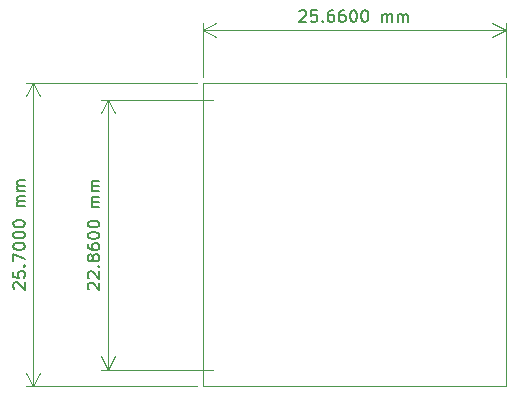
<source format=gbr>
%TF.GenerationSoftware,KiCad,Pcbnew,8.0.7*%
%TF.CreationDate,2025-01-28T21:08:18-05:00*%
%TF.ProjectId,Circuit Power Module,43697263-7569-4742-9050-6f776572204d,rev?*%
%TF.SameCoordinates,Original*%
%TF.FileFunction,Profile,NP*%
%FSLAX46Y46*%
G04 Gerber Fmt 4.6, Leading zero omitted, Abs format (unit mm)*
G04 Created by KiCad (PCBNEW 8.0.7) date 2025-01-28 21:08:18*
%MOMM*%
%LPD*%
G01*
G04 APERTURE LIST*
%TA.AperFunction,Profile*%
%ADD10C,0.050000*%
%TD*%
%ADD11C,0.150000*%
G04 APERTURE END LIST*
D10*
X74830000Y-23955850D02*
X100490000Y-23955850D01*
X100490000Y-49655850D01*
X74830000Y-49655850D01*
X74830000Y-23955850D01*
D11*
X65200057Y-41449046D02*
X65152438Y-41401427D01*
X65152438Y-41401427D02*
X65104819Y-41306189D01*
X65104819Y-41306189D02*
X65104819Y-41068094D01*
X65104819Y-41068094D02*
X65152438Y-40972856D01*
X65152438Y-40972856D02*
X65200057Y-40925237D01*
X65200057Y-40925237D02*
X65295295Y-40877618D01*
X65295295Y-40877618D02*
X65390533Y-40877618D01*
X65390533Y-40877618D02*
X65533390Y-40925237D01*
X65533390Y-40925237D02*
X66104819Y-41496665D01*
X66104819Y-41496665D02*
X66104819Y-40877618D01*
X65200057Y-40496665D02*
X65152438Y-40449046D01*
X65152438Y-40449046D02*
X65104819Y-40353808D01*
X65104819Y-40353808D02*
X65104819Y-40115713D01*
X65104819Y-40115713D02*
X65152438Y-40020475D01*
X65152438Y-40020475D02*
X65200057Y-39972856D01*
X65200057Y-39972856D02*
X65295295Y-39925237D01*
X65295295Y-39925237D02*
X65390533Y-39925237D01*
X65390533Y-39925237D02*
X65533390Y-39972856D01*
X65533390Y-39972856D02*
X66104819Y-40544284D01*
X66104819Y-40544284D02*
X66104819Y-39925237D01*
X66009580Y-39496665D02*
X66057200Y-39449046D01*
X66057200Y-39449046D02*
X66104819Y-39496665D01*
X66104819Y-39496665D02*
X66057200Y-39544284D01*
X66057200Y-39544284D02*
X66009580Y-39496665D01*
X66009580Y-39496665D02*
X66104819Y-39496665D01*
X65533390Y-38877618D02*
X65485771Y-38972856D01*
X65485771Y-38972856D02*
X65438152Y-39020475D01*
X65438152Y-39020475D02*
X65342914Y-39068094D01*
X65342914Y-39068094D02*
X65295295Y-39068094D01*
X65295295Y-39068094D02*
X65200057Y-39020475D01*
X65200057Y-39020475D02*
X65152438Y-38972856D01*
X65152438Y-38972856D02*
X65104819Y-38877618D01*
X65104819Y-38877618D02*
X65104819Y-38687142D01*
X65104819Y-38687142D02*
X65152438Y-38591904D01*
X65152438Y-38591904D02*
X65200057Y-38544285D01*
X65200057Y-38544285D02*
X65295295Y-38496666D01*
X65295295Y-38496666D02*
X65342914Y-38496666D01*
X65342914Y-38496666D02*
X65438152Y-38544285D01*
X65438152Y-38544285D02*
X65485771Y-38591904D01*
X65485771Y-38591904D02*
X65533390Y-38687142D01*
X65533390Y-38687142D02*
X65533390Y-38877618D01*
X65533390Y-38877618D02*
X65581009Y-38972856D01*
X65581009Y-38972856D02*
X65628628Y-39020475D01*
X65628628Y-39020475D02*
X65723866Y-39068094D01*
X65723866Y-39068094D02*
X65914342Y-39068094D01*
X65914342Y-39068094D02*
X66009580Y-39020475D01*
X66009580Y-39020475D02*
X66057200Y-38972856D01*
X66057200Y-38972856D02*
X66104819Y-38877618D01*
X66104819Y-38877618D02*
X66104819Y-38687142D01*
X66104819Y-38687142D02*
X66057200Y-38591904D01*
X66057200Y-38591904D02*
X66009580Y-38544285D01*
X66009580Y-38544285D02*
X65914342Y-38496666D01*
X65914342Y-38496666D02*
X65723866Y-38496666D01*
X65723866Y-38496666D02*
X65628628Y-38544285D01*
X65628628Y-38544285D02*
X65581009Y-38591904D01*
X65581009Y-38591904D02*
X65533390Y-38687142D01*
X65104819Y-37639523D02*
X65104819Y-37829999D01*
X65104819Y-37829999D02*
X65152438Y-37925237D01*
X65152438Y-37925237D02*
X65200057Y-37972856D01*
X65200057Y-37972856D02*
X65342914Y-38068094D01*
X65342914Y-38068094D02*
X65533390Y-38115713D01*
X65533390Y-38115713D02*
X65914342Y-38115713D01*
X65914342Y-38115713D02*
X66009580Y-38068094D01*
X66009580Y-38068094D02*
X66057200Y-38020475D01*
X66057200Y-38020475D02*
X66104819Y-37925237D01*
X66104819Y-37925237D02*
X66104819Y-37734761D01*
X66104819Y-37734761D02*
X66057200Y-37639523D01*
X66057200Y-37639523D02*
X66009580Y-37591904D01*
X66009580Y-37591904D02*
X65914342Y-37544285D01*
X65914342Y-37544285D02*
X65676247Y-37544285D01*
X65676247Y-37544285D02*
X65581009Y-37591904D01*
X65581009Y-37591904D02*
X65533390Y-37639523D01*
X65533390Y-37639523D02*
X65485771Y-37734761D01*
X65485771Y-37734761D02*
X65485771Y-37925237D01*
X65485771Y-37925237D02*
X65533390Y-38020475D01*
X65533390Y-38020475D02*
X65581009Y-38068094D01*
X65581009Y-38068094D02*
X65676247Y-38115713D01*
X65104819Y-36925237D02*
X65104819Y-36829999D01*
X65104819Y-36829999D02*
X65152438Y-36734761D01*
X65152438Y-36734761D02*
X65200057Y-36687142D01*
X65200057Y-36687142D02*
X65295295Y-36639523D01*
X65295295Y-36639523D02*
X65485771Y-36591904D01*
X65485771Y-36591904D02*
X65723866Y-36591904D01*
X65723866Y-36591904D02*
X65914342Y-36639523D01*
X65914342Y-36639523D02*
X66009580Y-36687142D01*
X66009580Y-36687142D02*
X66057200Y-36734761D01*
X66057200Y-36734761D02*
X66104819Y-36829999D01*
X66104819Y-36829999D02*
X66104819Y-36925237D01*
X66104819Y-36925237D02*
X66057200Y-37020475D01*
X66057200Y-37020475D02*
X66009580Y-37068094D01*
X66009580Y-37068094D02*
X65914342Y-37115713D01*
X65914342Y-37115713D02*
X65723866Y-37163332D01*
X65723866Y-37163332D02*
X65485771Y-37163332D01*
X65485771Y-37163332D02*
X65295295Y-37115713D01*
X65295295Y-37115713D02*
X65200057Y-37068094D01*
X65200057Y-37068094D02*
X65152438Y-37020475D01*
X65152438Y-37020475D02*
X65104819Y-36925237D01*
X65104819Y-35972856D02*
X65104819Y-35877618D01*
X65104819Y-35877618D02*
X65152438Y-35782380D01*
X65152438Y-35782380D02*
X65200057Y-35734761D01*
X65200057Y-35734761D02*
X65295295Y-35687142D01*
X65295295Y-35687142D02*
X65485771Y-35639523D01*
X65485771Y-35639523D02*
X65723866Y-35639523D01*
X65723866Y-35639523D02*
X65914342Y-35687142D01*
X65914342Y-35687142D02*
X66009580Y-35734761D01*
X66009580Y-35734761D02*
X66057200Y-35782380D01*
X66057200Y-35782380D02*
X66104819Y-35877618D01*
X66104819Y-35877618D02*
X66104819Y-35972856D01*
X66104819Y-35972856D02*
X66057200Y-36068094D01*
X66057200Y-36068094D02*
X66009580Y-36115713D01*
X66009580Y-36115713D02*
X65914342Y-36163332D01*
X65914342Y-36163332D02*
X65723866Y-36210951D01*
X65723866Y-36210951D02*
X65485771Y-36210951D01*
X65485771Y-36210951D02*
X65295295Y-36163332D01*
X65295295Y-36163332D02*
X65200057Y-36115713D01*
X65200057Y-36115713D02*
X65152438Y-36068094D01*
X65152438Y-36068094D02*
X65104819Y-35972856D01*
X66104819Y-34449046D02*
X65438152Y-34449046D01*
X65533390Y-34449046D02*
X65485771Y-34401427D01*
X65485771Y-34401427D02*
X65438152Y-34306189D01*
X65438152Y-34306189D02*
X65438152Y-34163332D01*
X65438152Y-34163332D02*
X65485771Y-34068094D01*
X65485771Y-34068094D02*
X65581009Y-34020475D01*
X65581009Y-34020475D02*
X66104819Y-34020475D01*
X65581009Y-34020475D02*
X65485771Y-33972856D01*
X65485771Y-33972856D02*
X65438152Y-33877618D01*
X65438152Y-33877618D02*
X65438152Y-33734761D01*
X65438152Y-33734761D02*
X65485771Y-33639522D01*
X65485771Y-33639522D02*
X65581009Y-33591903D01*
X65581009Y-33591903D02*
X66104819Y-33591903D01*
X66104819Y-33115713D02*
X65438152Y-33115713D01*
X65533390Y-33115713D02*
X65485771Y-33068094D01*
X65485771Y-33068094D02*
X65438152Y-32972856D01*
X65438152Y-32972856D02*
X65438152Y-32829999D01*
X65438152Y-32829999D02*
X65485771Y-32734761D01*
X65485771Y-32734761D02*
X65581009Y-32687142D01*
X65581009Y-32687142D02*
X66104819Y-32687142D01*
X65581009Y-32687142D02*
X65485771Y-32639523D01*
X65485771Y-32639523D02*
X65438152Y-32544285D01*
X65438152Y-32544285D02*
X65438152Y-32401428D01*
X65438152Y-32401428D02*
X65485771Y-32306189D01*
X65485771Y-32306189D02*
X65581009Y-32258570D01*
X65581009Y-32258570D02*
X66104819Y-32258570D01*
D10*
X75700000Y-48260000D02*
X66213580Y-48260000D01*
X75700000Y-25400000D02*
X66213580Y-25400000D01*
X66800000Y-48260000D02*
X66800000Y-25400000D01*
X66800000Y-48260000D02*
X66800000Y-25400000D01*
X66800000Y-48260000D02*
X66213579Y-47133496D01*
X66800000Y-48260000D02*
X67386421Y-47133496D01*
X66800000Y-25400000D02*
X67386421Y-26526504D01*
X66800000Y-25400000D02*
X66213579Y-26526504D01*
D11*
X58900057Y-41424896D02*
X58852438Y-41377277D01*
X58852438Y-41377277D02*
X58804819Y-41282039D01*
X58804819Y-41282039D02*
X58804819Y-41043944D01*
X58804819Y-41043944D02*
X58852438Y-40948706D01*
X58852438Y-40948706D02*
X58900057Y-40901087D01*
X58900057Y-40901087D02*
X58995295Y-40853468D01*
X58995295Y-40853468D02*
X59090533Y-40853468D01*
X59090533Y-40853468D02*
X59233390Y-40901087D01*
X59233390Y-40901087D02*
X59804819Y-41472515D01*
X59804819Y-41472515D02*
X59804819Y-40853468D01*
X58804819Y-39948706D02*
X58804819Y-40424896D01*
X58804819Y-40424896D02*
X59281009Y-40472515D01*
X59281009Y-40472515D02*
X59233390Y-40424896D01*
X59233390Y-40424896D02*
X59185771Y-40329658D01*
X59185771Y-40329658D02*
X59185771Y-40091563D01*
X59185771Y-40091563D02*
X59233390Y-39996325D01*
X59233390Y-39996325D02*
X59281009Y-39948706D01*
X59281009Y-39948706D02*
X59376247Y-39901087D01*
X59376247Y-39901087D02*
X59614342Y-39901087D01*
X59614342Y-39901087D02*
X59709580Y-39948706D01*
X59709580Y-39948706D02*
X59757200Y-39996325D01*
X59757200Y-39996325D02*
X59804819Y-40091563D01*
X59804819Y-40091563D02*
X59804819Y-40329658D01*
X59804819Y-40329658D02*
X59757200Y-40424896D01*
X59757200Y-40424896D02*
X59709580Y-40472515D01*
X59709580Y-39472515D02*
X59757200Y-39424896D01*
X59757200Y-39424896D02*
X59804819Y-39472515D01*
X59804819Y-39472515D02*
X59757200Y-39520134D01*
X59757200Y-39520134D02*
X59709580Y-39472515D01*
X59709580Y-39472515D02*
X59804819Y-39472515D01*
X58804819Y-39091563D02*
X58804819Y-38424897D01*
X58804819Y-38424897D02*
X59804819Y-38853468D01*
X58804819Y-37853468D02*
X58804819Y-37758230D01*
X58804819Y-37758230D02*
X58852438Y-37662992D01*
X58852438Y-37662992D02*
X58900057Y-37615373D01*
X58900057Y-37615373D02*
X58995295Y-37567754D01*
X58995295Y-37567754D02*
X59185771Y-37520135D01*
X59185771Y-37520135D02*
X59423866Y-37520135D01*
X59423866Y-37520135D02*
X59614342Y-37567754D01*
X59614342Y-37567754D02*
X59709580Y-37615373D01*
X59709580Y-37615373D02*
X59757200Y-37662992D01*
X59757200Y-37662992D02*
X59804819Y-37758230D01*
X59804819Y-37758230D02*
X59804819Y-37853468D01*
X59804819Y-37853468D02*
X59757200Y-37948706D01*
X59757200Y-37948706D02*
X59709580Y-37996325D01*
X59709580Y-37996325D02*
X59614342Y-38043944D01*
X59614342Y-38043944D02*
X59423866Y-38091563D01*
X59423866Y-38091563D02*
X59185771Y-38091563D01*
X59185771Y-38091563D02*
X58995295Y-38043944D01*
X58995295Y-38043944D02*
X58900057Y-37996325D01*
X58900057Y-37996325D02*
X58852438Y-37948706D01*
X58852438Y-37948706D02*
X58804819Y-37853468D01*
X58804819Y-36901087D02*
X58804819Y-36805849D01*
X58804819Y-36805849D02*
X58852438Y-36710611D01*
X58852438Y-36710611D02*
X58900057Y-36662992D01*
X58900057Y-36662992D02*
X58995295Y-36615373D01*
X58995295Y-36615373D02*
X59185771Y-36567754D01*
X59185771Y-36567754D02*
X59423866Y-36567754D01*
X59423866Y-36567754D02*
X59614342Y-36615373D01*
X59614342Y-36615373D02*
X59709580Y-36662992D01*
X59709580Y-36662992D02*
X59757200Y-36710611D01*
X59757200Y-36710611D02*
X59804819Y-36805849D01*
X59804819Y-36805849D02*
X59804819Y-36901087D01*
X59804819Y-36901087D02*
X59757200Y-36996325D01*
X59757200Y-36996325D02*
X59709580Y-37043944D01*
X59709580Y-37043944D02*
X59614342Y-37091563D01*
X59614342Y-37091563D02*
X59423866Y-37139182D01*
X59423866Y-37139182D02*
X59185771Y-37139182D01*
X59185771Y-37139182D02*
X58995295Y-37091563D01*
X58995295Y-37091563D02*
X58900057Y-37043944D01*
X58900057Y-37043944D02*
X58852438Y-36996325D01*
X58852438Y-36996325D02*
X58804819Y-36901087D01*
X58804819Y-35948706D02*
X58804819Y-35853468D01*
X58804819Y-35853468D02*
X58852438Y-35758230D01*
X58852438Y-35758230D02*
X58900057Y-35710611D01*
X58900057Y-35710611D02*
X58995295Y-35662992D01*
X58995295Y-35662992D02*
X59185771Y-35615373D01*
X59185771Y-35615373D02*
X59423866Y-35615373D01*
X59423866Y-35615373D02*
X59614342Y-35662992D01*
X59614342Y-35662992D02*
X59709580Y-35710611D01*
X59709580Y-35710611D02*
X59757200Y-35758230D01*
X59757200Y-35758230D02*
X59804819Y-35853468D01*
X59804819Y-35853468D02*
X59804819Y-35948706D01*
X59804819Y-35948706D02*
X59757200Y-36043944D01*
X59757200Y-36043944D02*
X59709580Y-36091563D01*
X59709580Y-36091563D02*
X59614342Y-36139182D01*
X59614342Y-36139182D02*
X59423866Y-36186801D01*
X59423866Y-36186801D02*
X59185771Y-36186801D01*
X59185771Y-36186801D02*
X58995295Y-36139182D01*
X58995295Y-36139182D02*
X58900057Y-36091563D01*
X58900057Y-36091563D02*
X58852438Y-36043944D01*
X58852438Y-36043944D02*
X58804819Y-35948706D01*
X59804819Y-34424896D02*
X59138152Y-34424896D01*
X59233390Y-34424896D02*
X59185771Y-34377277D01*
X59185771Y-34377277D02*
X59138152Y-34282039D01*
X59138152Y-34282039D02*
X59138152Y-34139182D01*
X59138152Y-34139182D02*
X59185771Y-34043944D01*
X59185771Y-34043944D02*
X59281009Y-33996325D01*
X59281009Y-33996325D02*
X59804819Y-33996325D01*
X59281009Y-33996325D02*
X59185771Y-33948706D01*
X59185771Y-33948706D02*
X59138152Y-33853468D01*
X59138152Y-33853468D02*
X59138152Y-33710611D01*
X59138152Y-33710611D02*
X59185771Y-33615372D01*
X59185771Y-33615372D02*
X59281009Y-33567753D01*
X59281009Y-33567753D02*
X59804819Y-33567753D01*
X59804819Y-33091563D02*
X59138152Y-33091563D01*
X59233390Y-33091563D02*
X59185771Y-33043944D01*
X59185771Y-33043944D02*
X59138152Y-32948706D01*
X59138152Y-32948706D02*
X59138152Y-32805849D01*
X59138152Y-32805849D02*
X59185771Y-32710611D01*
X59185771Y-32710611D02*
X59281009Y-32662992D01*
X59281009Y-32662992D02*
X59804819Y-32662992D01*
X59281009Y-32662992D02*
X59185771Y-32615373D01*
X59185771Y-32615373D02*
X59138152Y-32520135D01*
X59138152Y-32520135D02*
X59138152Y-32377278D01*
X59138152Y-32377278D02*
X59185771Y-32282039D01*
X59185771Y-32282039D02*
X59281009Y-32234420D01*
X59281009Y-32234420D02*
X59804819Y-32234420D01*
D10*
X74330000Y-49655850D02*
X59913580Y-49655850D01*
X74330000Y-23955850D02*
X59913580Y-23955850D01*
X60500000Y-49655850D02*
X60500000Y-23955850D01*
X60500000Y-49655850D02*
X60500000Y-23955850D01*
X60500000Y-49655850D02*
X59913579Y-48529346D01*
X60500000Y-49655850D02*
X61086421Y-48529346D01*
X60500000Y-23955850D02*
X61086421Y-25082354D01*
X60500000Y-23955850D02*
X59913579Y-25082354D01*
D11*
X83040953Y-17900057D02*
X83088572Y-17852438D01*
X83088572Y-17852438D02*
X83183810Y-17804819D01*
X83183810Y-17804819D02*
X83421905Y-17804819D01*
X83421905Y-17804819D02*
X83517143Y-17852438D01*
X83517143Y-17852438D02*
X83564762Y-17900057D01*
X83564762Y-17900057D02*
X83612381Y-17995295D01*
X83612381Y-17995295D02*
X83612381Y-18090533D01*
X83612381Y-18090533D02*
X83564762Y-18233390D01*
X83564762Y-18233390D02*
X82993334Y-18804819D01*
X82993334Y-18804819D02*
X83612381Y-18804819D01*
X84517143Y-17804819D02*
X84040953Y-17804819D01*
X84040953Y-17804819D02*
X83993334Y-18281009D01*
X83993334Y-18281009D02*
X84040953Y-18233390D01*
X84040953Y-18233390D02*
X84136191Y-18185771D01*
X84136191Y-18185771D02*
X84374286Y-18185771D01*
X84374286Y-18185771D02*
X84469524Y-18233390D01*
X84469524Y-18233390D02*
X84517143Y-18281009D01*
X84517143Y-18281009D02*
X84564762Y-18376247D01*
X84564762Y-18376247D02*
X84564762Y-18614342D01*
X84564762Y-18614342D02*
X84517143Y-18709580D01*
X84517143Y-18709580D02*
X84469524Y-18757200D01*
X84469524Y-18757200D02*
X84374286Y-18804819D01*
X84374286Y-18804819D02*
X84136191Y-18804819D01*
X84136191Y-18804819D02*
X84040953Y-18757200D01*
X84040953Y-18757200D02*
X83993334Y-18709580D01*
X84993334Y-18709580D02*
X85040953Y-18757200D01*
X85040953Y-18757200D02*
X84993334Y-18804819D01*
X84993334Y-18804819D02*
X84945715Y-18757200D01*
X84945715Y-18757200D02*
X84993334Y-18709580D01*
X84993334Y-18709580D02*
X84993334Y-18804819D01*
X85898095Y-17804819D02*
X85707619Y-17804819D01*
X85707619Y-17804819D02*
X85612381Y-17852438D01*
X85612381Y-17852438D02*
X85564762Y-17900057D01*
X85564762Y-17900057D02*
X85469524Y-18042914D01*
X85469524Y-18042914D02*
X85421905Y-18233390D01*
X85421905Y-18233390D02*
X85421905Y-18614342D01*
X85421905Y-18614342D02*
X85469524Y-18709580D01*
X85469524Y-18709580D02*
X85517143Y-18757200D01*
X85517143Y-18757200D02*
X85612381Y-18804819D01*
X85612381Y-18804819D02*
X85802857Y-18804819D01*
X85802857Y-18804819D02*
X85898095Y-18757200D01*
X85898095Y-18757200D02*
X85945714Y-18709580D01*
X85945714Y-18709580D02*
X85993333Y-18614342D01*
X85993333Y-18614342D02*
X85993333Y-18376247D01*
X85993333Y-18376247D02*
X85945714Y-18281009D01*
X85945714Y-18281009D02*
X85898095Y-18233390D01*
X85898095Y-18233390D02*
X85802857Y-18185771D01*
X85802857Y-18185771D02*
X85612381Y-18185771D01*
X85612381Y-18185771D02*
X85517143Y-18233390D01*
X85517143Y-18233390D02*
X85469524Y-18281009D01*
X85469524Y-18281009D02*
X85421905Y-18376247D01*
X86850476Y-17804819D02*
X86660000Y-17804819D01*
X86660000Y-17804819D02*
X86564762Y-17852438D01*
X86564762Y-17852438D02*
X86517143Y-17900057D01*
X86517143Y-17900057D02*
X86421905Y-18042914D01*
X86421905Y-18042914D02*
X86374286Y-18233390D01*
X86374286Y-18233390D02*
X86374286Y-18614342D01*
X86374286Y-18614342D02*
X86421905Y-18709580D01*
X86421905Y-18709580D02*
X86469524Y-18757200D01*
X86469524Y-18757200D02*
X86564762Y-18804819D01*
X86564762Y-18804819D02*
X86755238Y-18804819D01*
X86755238Y-18804819D02*
X86850476Y-18757200D01*
X86850476Y-18757200D02*
X86898095Y-18709580D01*
X86898095Y-18709580D02*
X86945714Y-18614342D01*
X86945714Y-18614342D02*
X86945714Y-18376247D01*
X86945714Y-18376247D02*
X86898095Y-18281009D01*
X86898095Y-18281009D02*
X86850476Y-18233390D01*
X86850476Y-18233390D02*
X86755238Y-18185771D01*
X86755238Y-18185771D02*
X86564762Y-18185771D01*
X86564762Y-18185771D02*
X86469524Y-18233390D01*
X86469524Y-18233390D02*
X86421905Y-18281009D01*
X86421905Y-18281009D02*
X86374286Y-18376247D01*
X87564762Y-17804819D02*
X87660000Y-17804819D01*
X87660000Y-17804819D02*
X87755238Y-17852438D01*
X87755238Y-17852438D02*
X87802857Y-17900057D01*
X87802857Y-17900057D02*
X87850476Y-17995295D01*
X87850476Y-17995295D02*
X87898095Y-18185771D01*
X87898095Y-18185771D02*
X87898095Y-18423866D01*
X87898095Y-18423866D02*
X87850476Y-18614342D01*
X87850476Y-18614342D02*
X87802857Y-18709580D01*
X87802857Y-18709580D02*
X87755238Y-18757200D01*
X87755238Y-18757200D02*
X87660000Y-18804819D01*
X87660000Y-18804819D02*
X87564762Y-18804819D01*
X87564762Y-18804819D02*
X87469524Y-18757200D01*
X87469524Y-18757200D02*
X87421905Y-18709580D01*
X87421905Y-18709580D02*
X87374286Y-18614342D01*
X87374286Y-18614342D02*
X87326667Y-18423866D01*
X87326667Y-18423866D02*
X87326667Y-18185771D01*
X87326667Y-18185771D02*
X87374286Y-17995295D01*
X87374286Y-17995295D02*
X87421905Y-17900057D01*
X87421905Y-17900057D02*
X87469524Y-17852438D01*
X87469524Y-17852438D02*
X87564762Y-17804819D01*
X88517143Y-17804819D02*
X88612381Y-17804819D01*
X88612381Y-17804819D02*
X88707619Y-17852438D01*
X88707619Y-17852438D02*
X88755238Y-17900057D01*
X88755238Y-17900057D02*
X88802857Y-17995295D01*
X88802857Y-17995295D02*
X88850476Y-18185771D01*
X88850476Y-18185771D02*
X88850476Y-18423866D01*
X88850476Y-18423866D02*
X88802857Y-18614342D01*
X88802857Y-18614342D02*
X88755238Y-18709580D01*
X88755238Y-18709580D02*
X88707619Y-18757200D01*
X88707619Y-18757200D02*
X88612381Y-18804819D01*
X88612381Y-18804819D02*
X88517143Y-18804819D01*
X88517143Y-18804819D02*
X88421905Y-18757200D01*
X88421905Y-18757200D02*
X88374286Y-18709580D01*
X88374286Y-18709580D02*
X88326667Y-18614342D01*
X88326667Y-18614342D02*
X88279048Y-18423866D01*
X88279048Y-18423866D02*
X88279048Y-18185771D01*
X88279048Y-18185771D02*
X88326667Y-17995295D01*
X88326667Y-17995295D02*
X88374286Y-17900057D01*
X88374286Y-17900057D02*
X88421905Y-17852438D01*
X88421905Y-17852438D02*
X88517143Y-17804819D01*
X90040953Y-18804819D02*
X90040953Y-18138152D01*
X90040953Y-18233390D02*
X90088572Y-18185771D01*
X90088572Y-18185771D02*
X90183810Y-18138152D01*
X90183810Y-18138152D02*
X90326667Y-18138152D01*
X90326667Y-18138152D02*
X90421905Y-18185771D01*
X90421905Y-18185771D02*
X90469524Y-18281009D01*
X90469524Y-18281009D02*
X90469524Y-18804819D01*
X90469524Y-18281009D02*
X90517143Y-18185771D01*
X90517143Y-18185771D02*
X90612381Y-18138152D01*
X90612381Y-18138152D02*
X90755238Y-18138152D01*
X90755238Y-18138152D02*
X90850477Y-18185771D01*
X90850477Y-18185771D02*
X90898096Y-18281009D01*
X90898096Y-18281009D02*
X90898096Y-18804819D01*
X91374286Y-18804819D02*
X91374286Y-18138152D01*
X91374286Y-18233390D02*
X91421905Y-18185771D01*
X91421905Y-18185771D02*
X91517143Y-18138152D01*
X91517143Y-18138152D02*
X91660000Y-18138152D01*
X91660000Y-18138152D02*
X91755238Y-18185771D01*
X91755238Y-18185771D02*
X91802857Y-18281009D01*
X91802857Y-18281009D02*
X91802857Y-18804819D01*
X91802857Y-18281009D02*
X91850476Y-18185771D01*
X91850476Y-18185771D02*
X91945714Y-18138152D01*
X91945714Y-18138152D02*
X92088571Y-18138152D01*
X92088571Y-18138152D02*
X92183810Y-18185771D01*
X92183810Y-18185771D02*
X92231429Y-18281009D01*
X92231429Y-18281009D02*
X92231429Y-18804819D01*
D10*
X74830000Y-23455850D02*
X74830000Y-18913580D01*
X100490000Y-23455850D02*
X100490000Y-18913580D01*
X74830000Y-19500000D02*
X100490000Y-19500000D01*
X74830000Y-19500000D02*
X100490000Y-19500000D01*
X74830000Y-19500000D02*
X75956504Y-18913579D01*
X74830000Y-19500000D02*
X75956504Y-20086421D01*
X100490000Y-19500000D02*
X99363496Y-20086421D01*
X100490000Y-19500000D02*
X99363496Y-18913579D01*
M02*

</source>
